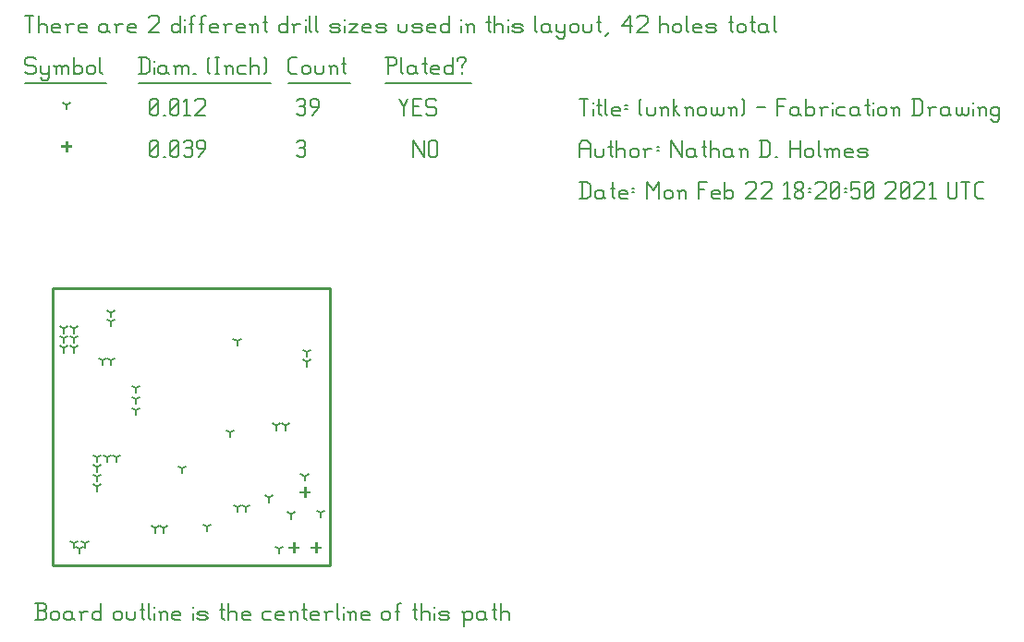
<source format=gbr>
G04 start of page 13 for group -3984 idx -3984 *
G04 Title: (unknown), fab *
G04 Creator: pcb 4.0.2 *
G04 CreationDate: Mon Feb 22 18:20:50 2021 UTC *
G04 For: ndholmes *
G04 Format: Gerber/RS-274X *
G04 PCB-Dimensions (mil): 1800.00 1200.00 *
G04 PCB-Coordinate-Origin: lower left *
%MOIN*%
%FSLAX25Y25*%
%LNFAB*%
%ADD45C,0.0100*%
%ADD44C,0.0075*%
%ADD43C,0.0060*%
%ADD42R,0.0080X0.0080*%
G54D42*X101000Y38100D02*Y34900D01*
X99400Y36500D02*X102600D01*
X105000Y18100D02*Y14900D01*
X103400Y16500D02*X106600D01*
X97000Y18100D02*Y14900D01*
X95400Y16500D02*X98600D01*
X15000Y162850D02*Y159650D01*
X13400Y161250D02*X16600D01*
G54D43*X140000Y163500D02*Y157500D01*
Y163500D02*X143750Y157500D01*
Y163500D02*Y157500D01*
X145550Y162750D02*Y158250D01*
Y162750D02*X146300Y163500D01*
X147800D01*
X148550Y162750D01*
Y158250D01*
X147800Y157500D02*X148550Y158250D01*
X146300Y157500D02*X147800D01*
X145550Y158250D02*X146300Y157500D01*
X98000Y162750D02*X98750Y163500D01*
X100250D01*
X101000Y162750D01*
X100250Y157500D02*X101000Y158250D01*
X98750Y157500D02*X100250D01*
X98000Y158250D02*X98750Y157500D01*
Y160800D02*X100250D01*
X101000Y162750D02*Y161550D01*
Y160050D02*Y158250D01*
Y160050D02*X100250Y160800D01*
X101000Y161550D02*X100250Y160800D01*
X45000Y158250D02*X45750Y157500D01*
X45000Y162750D02*Y158250D01*
Y162750D02*X45750Y163500D01*
X47250D01*
X48000Y162750D01*
Y158250D01*
X47250Y157500D02*X48000Y158250D01*
X45750Y157500D02*X47250D01*
X45000Y159000D02*X48000Y162000D01*
X49800Y157500D02*X50550D01*
X52350Y158250D02*X53100Y157500D01*
X52350Y162750D02*Y158250D01*
Y162750D02*X53100Y163500D01*
X54600D01*
X55350Y162750D01*
Y158250D01*
X54600Y157500D02*X55350Y158250D01*
X53100Y157500D02*X54600D01*
X52350Y159000D02*X55350Y162000D01*
X57150Y162750D02*X57900Y163500D01*
X59400D01*
X60150Y162750D01*
X59400Y157500D02*X60150Y158250D01*
X57900Y157500D02*X59400D01*
X57150Y158250D02*X57900Y157500D01*
Y160800D02*X59400D01*
X60150Y162750D02*Y161550D01*
Y160050D02*Y158250D01*
Y160050D02*X59400Y160800D01*
X60150Y161550D02*X59400Y160800D01*
X62700Y157500D02*X64950Y160500D01*
Y162750D02*Y160500D01*
X64200Y163500D02*X64950Y162750D01*
X62700Y163500D02*X64200D01*
X61950Y162750D02*X62700Y163500D01*
X61950Y162750D02*Y161250D01*
X62700Y160500D01*
X64950D01*
X40000Y74000D02*Y72400D01*
Y74000D02*X41387Y74800D01*
X40000Y74000D02*X38613Y74800D01*
X40000Y70000D02*Y68400D01*
Y70000D02*X41387Y70800D01*
X40000Y70000D02*X38613Y70800D01*
X40000Y66000D02*Y64400D01*
Y66000D02*X41387Y66800D01*
X40000Y66000D02*X38613Y66800D01*
X33000Y49000D02*Y47400D01*
Y49000D02*X34387Y49800D01*
X33000Y49000D02*X31613Y49800D01*
X29500Y49000D02*Y47400D01*
Y49000D02*X30887Y49800D01*
X29500Y49000D02*X28113Y49800D01*
X26000Y49000D02*Y47400D01*
Y49000D02*X27387Y49800D01*
X26000Y49000D02*X24613Y49800D01*
X26000Y45500D02*Y43900D01*
Y45500D02*X27387Y46300D01*
X26000Y45500D02*X24613Y46300D01*
X26000Y42000D02*Y40400D01*
Y42000D02*X27387Y42800D01*
X26000Y42000D02*X24613Y42800D01*
X26000Y38500D02*Y36900D01*
Y38500D02*X27387Y39300D01*
X26000Y38500D02*X24613Y39300D01*
X21500Y18000D02*Y16400D01*
Y18000D02*X22887Y18800D01*
X21500Y18000D02*X20113Y18800D01*
X17500Y18000D02*Y16400D01*
Y18000D02*X18887Y18800D01*
X17500Y18000D02*X16113Y18800D01*
X19500Y16000D02*Y14400D01*
Y16000D02*X20887Y16800D01*
X19500Y16000D02*X18113Y16800D01*
X79500Y31000D02*Y29400D01*
Y31000D02*X80887Y31800D01*
X79500Y31000D02*X78113Y31800D01*
X28000Y84000D02*Y82400D01*
Y84000D02*X29387Y84800D01*
X28000Y84000D02*X26613Y84800D01*
X31000Y84000D02*Y82400D01*
Y84000D02*X32387Y84800D01*
X31000Y84000D02*X29613Y84800D01*
X14000Y95500D02*Y93900D01*
Y95500D02*X15387Y96300D01*
X14000Y95500D02*X12613Y96300D01*
X14000Y92000D02*Y90400D01*
Y92000D02*X15387Y92800D01*
X14000Y92000D02*X12613Y92800D01*
X14000Y88500D02*Y86900D01*
Y88500D02*X15387Y89300D01*
X14000Y88500D02*X12613Y89300D01*
X17500Y95500D02*Y93900D01*
Y95500D02*X18887Y96300D01*
X17500Y95500D02*X16113Y96300D01*
X17500Y92000D02*Y90400D01*
Y92000D02*X18887Y92800D01*
X17500Y92000D02*X16113Y92800D01*
X17500Y88500D02*Y86900D01*
Y88500D02*X18887Y89300D01*
X17500Y88500D02*X16113Y89300D01*
X31000Y98000D02*Y96400D01*
Y98000D02*X32387Y98800D01*
X31000Y98000D02*X29613Y98800D01*
X101500Y87000D02*Y85400D01*
Y87000D02*X102887Y87800D01*
X101500Y87000D02*X100113Y87800D01*
X101500Y83500D02*Y81900D01*
Y83500D02*X102887Y84300D01*
X101500Y83500D02*X100113Y84300D01*
X94000Y60500D02*Y58900D01*
Y60500D02*X95387Y61300D01*
X94000Y60500D02*X92613Y61300D01*
X90500Y60500D02*Y58900D01*
Y60500D02*X91887Y61300D01*
X90500Y60500D02*X89113Y61300D01*
X76500Y31000D02*Y29400D01*
Y31000D02*X77887Y31800D01*
X76500Y31000D02*X75113Y31800D01*
X88000Y34500D02*Y32900D01*
Y34500D02*X89387Y35300D01*
X88000Y34500D02*X86613Y35300D01*
X106500Y29000D02*Y27400D01*
Y29000D02*X107887Y29800D01*
X106500Y29000D02*X105113Y29800D01*
X100750Y42250D02*Y40650D01*
Y42250D02*X102137Y43050D01*
X100750Y42250D02*X99363Y43050D01*
X31000Y101200D02*Y99600D01*
Y101200D02*X32387Y102000D01*
X31000Y101200D02*X29613Y102000D01*
X76400Y91000D02*Y89400D01*
Y91000D02*X77787Y91800D01*
X76400Y91000D02*X75013Y91800D01*
X56500Y45000D02*Y43400D01*
Y45000D02*X57887Y45800D01*
X56500Y45000D02*X55113Y45800D01*
X65500Y24000D02*Y22400D01*
Y24000D02*X66887Y24800D01*
X65500Y24000D02*X64113Y24800D01*
X91500Y16000D02*Y14400D01*
Y16000D02*X92887Y16800D01*
X91500Y16000D02*X90113Y16800D01*
X96000Y28500D02*Y26900D01*
Y28500D02*X97387Y29300D01*
X96000Y28500D02*X94613Y29300D01*
X47000Y23500D02*Y21900D01*
Y23500D02*X48387Y24300D01*
X47000Y23500D02*X45613Y24300D01*
X50000Y23500D02*Y21900D01*
Y23500D02*X51387Y24300D01*
X50000Y23500D02*X48613Y24300D01*
X74000Y58000D02*Y56400D01*
Y58000D02*X75387Y58800D01*
X74000Y58000D02*X72613Y58800D01*
X15000Y176250D02*Y174650D01*
Y176250D02*X16387Y177050D01*
X15000Y176250D02*X13613Y177050D01*
X135000Y178500D02*X136500Y175500D01*
X138000Y178500D01*
X136500Y175500D02*Y172500D01*
X139800Y175800D02*X142050D01*
X139800Y172500D02*X142800D01*
X139800Y178500D02*Y172500D01*
Y178500D02*X142800D01*
X147600D02*X148350Y177750D01*
X145350Y178500D02*X147600D01*
X144600Y177750D02*X145350Y178500D01*
X144600Y177750D02*Y176250D01*
X145350Y175500D01*
X147600D01*
X148350Y174750D01*
Y173250D01*
X147600Y172500D02*X148350Y173250D01*
X145350Y172500D02*X147600D01*
X144600Y173250D02*X145350Y172500D01*
X98000Y177750D02*X98750Y178500D01*
X100250D01*
X101000Y177750D01*
X100250Y172500D02*X101000Y173250D01*
X98750Y172500D02*X100250D01*
X98000Y173250D02*X98750Y172500D01*
Y175800D02*X100250D01*
X101000Y177750D02*Y176550D01*
Y175050D02*Y173250D01*
Y175050D02*X100250Y175800D01*
X101000Y176550D02*X100250Y175800D01*
X103550Y172500D02*X105800Y175500D01*
Y177750D02*Y175500D01*
X105050Y178500D02*X105800Y177750D01*
X103550Y178500D02*X105050D01*
X102800Y177750D02*X103550Y178500D01*
X102800Y177750D02*Y176250D01*
X103550Y175500D01*
X105800D01*
X45000Y173250D02*X45750Y172500D01*
X45000Y177750D02*Y173250D01*
Y177750D02*X45750Y178500D01*
X47250D01*
X48000Y177750D01*
Y173250D01*
X47250Y172500D02*X48000Y173250D01*
X45750Y172500D02*X47250D01*
X45000Y174000D02*X48000Y177000D01*
X49800Y172500D02*X50550D01*
X52350Y173250D02*X53100Y172500D01*
X52350Y177750D02*Y173250D01*
Y177750D02*X53100Y178500D01*
X54600D01*
X55350Y177750D01*
Y173250D01*
X54600Y172500D02*X55350Y173250D01*
X53100Y172500D02*X54600D01*
X52350Y174000D02*X55350Y177000D01*
X57150Y177300D02*X58350Y178500D01*
Y172500D01*
X57150D02*X59400D01*
X61200Y177750D02*X61950Y178500D01*
X64200D01*
X64950Y177750D01*
Y176250D01*
X61200Y172500D02*X64950Y176250D01*
X61200Y172500D02*X64950D01*
X3000Y193500D02*X3750Y192750D01*
X750Y193500D02*X3000D01*
X0Y192750D02*X750Y193500D01*
X0Y192750D02*Y191250D01*
X750Y190500D01*
X3000D01*
X3750Y189750D01*
Y188250D01*
X3000Y187500D02*X3750Y188250D01*
X750Y187500D02*X3000D01*
X0Y188250D02*X750Y187500D01*
X5550Y190500D02*Y188250D01*
X6300Y187500D01*
X8550Y190500D02*Y186000D01*
X7800Y185250D02*X8550Y186000D01*
X6300Y185250D02*X7800D01*
X5550Y186000D02*X6300Y185250D01*
Y187500D02*X7800D01*
X8550Y188250D01*
X11100Y189750D02*Y187500D01*
Y189750D02*X11850Y190500D01*
X12600D01*
X13350Y189750D01*
Y187500D01*
Y189750D02*X14100Y190500D01*
X14850D01*
X15600Y189750D01*
Y187500D01*
X10350Y190500D02*X11100Y189750D01*
X17400Y193500D02*Y187500D01*
Y188250D02*X18150Y187500D01*
X19650D01*
X20400Y188250D01*
Y189750D02*Y188250D01*
X19650Y190500D02*X20400Y189750D01*
X18150Y190500D02*X19650D01*
X17400Y189750D02*X18150Y190500D01*
X22200Y189750D02*Y188250D01*
Y189750D02*X22950Y190500D01*
X24450D01*
X25200Y189750D01*
Y188250D01*
X24450Y187500D02*X25200Y188250D01*
X22950Y187500D02*X24450D01*
X22200Y188250D02*X22950Y187500D01*
X27000Y193500D02*Y188250D01*
X27750Y187500D01*
X0Y184250D02*X29250D01*
X41750Y193500D02*Y187500D01*
X43700Y193500D02*X44750Y192450D01*
Y188550D01*
X43700Y187500D02*X44750Y188550D01*
X41000Y187500D02*X43700D01*
X41000Y193500D02*X43700D01*
G54D44*X46550Y192000D02*Y191850D01*
G54D43*Y189750D02*Y187500D01*
X50300Y190500D02*X51050Y189750D01*
X48800Y190500D02*X50300D01*
X48050Y189750D02*X48800Y190500D01*
X48050Y189750D02*Y188250D01*
X48800Y187500D01*
X51050Y190500D02*Y188250D01*
X51800Y187500D01*
X48800D02*X50300D01*
X51050Y188250D01*
X54350Y189750D02*Y187500D01*
Y189750D02*X55100Y190500D01*
X55850D01*
X56600Y189750D01*
Y187500D01*
Y189750D02*X57350Y190500D01*
X58100D01*
X58850Y189750D01*
Y187500D01*
X53600Y190500D02*X54350Y189750D01*
X60650Y187500D02*X61400D01*
X65900Y188250D02*X66650Y187500D01*
X65900Y192750D02*X66650Y193500D01*
X65900Y192750D02*Y188250D01*
X68450Y193500D02*X69950D01*
X69200D02*Y187500D01*
X68450D02*X69950D01*
X72500Y189750D02*Y187500D01*
Y189750D02*X73250Y190500D01*
X74000D01*
X74750Y189750D01*
Y187500D01*
X71750Y190500D02*X72500Y189750D01*
X77300Y190500D02*X79550D01*
X76550Y189750D02*X77300Y190500D01*
X76550Y189750D02*Y188250D01*
X77300Y187500D01*
X79550D01*
X81350Y193500D02*Y187500D01*
Y189750D02*X82100Y190500D01*
X83600D01*
X84350Y189750D01*
Y187500D01*
X86150Y193500D02*X86900Y192750D01*
Y188250D01*
X86150Y187500D02*X86900Y188250D01*
X41000Y184250D02*X88700D01*
X96050Y187500D02*X98000D01*
X95000Y188550D02*X96050Y187500D01*
X95000Y192450D02*Y188550D01*
Y192450D02*X96050Y193500D01*
X98000D01*
X99800Y189750D02*Y188250D01*
Y189750D02*X100550Y190500D01*
X102050D01*
X102800Y189750D01*
Y188250D01*
X102050Y187500D02*X102800Y188250D01*
X100550Y187500D02*X102050D01*
X99800Y188250D02*X100550Y187500D01*
X104600Y190500D02*Y188250D01*
X105350Y187500D01*
X106850D01*
X107600Y188250D01*
Y190500D02*Y188250D01*
X110150Y189750D02*Y187500D01*
Y189750D02*X110900Y190500D01*
X111650D01*
X112400Y189750D01*
Y187500D01*
X109400Y190500D02*X110150Y189750D01*
X114950Y193500D02*Y188250D01*
X115700Y187500D01*
X114200Y191250D02*X115700D01*
X95000Y184250D02*X117200D01*
X130750Y193500D02*Y187500D01*
X130000Y193500D02*X133000D01*
X133750Y192750D01*
Y191250D01*
X133000Y190500D02*X133750Y191250D01*
X130750Y190500D02*X133000D01*
X135550Y193500D02*Y188250D01*
X136300Y187500D01*
X140050Y190500D02*X140800Y189750D01*
X138550Y190500D02*X140050D01*
X137800Y189750D02*X138550Y190500D01*
X137800Y189750D02*Y188250D01*
X138550Y187500D01*
X140800Y190500D02*Y188250D01*
X141550Y187500D01*
X138550D02*X140050D01*
X140800Y188250D01*
X144100Y193500D02*Y188250D01*
X144850Y187500D01*
X143350Y191250D02*X144850D01*
X147100Y187500D02*X149350D01*
X146350Y188250D02*X147100Y187500D01*
X146350Y189750D02*Y188250D01*
Y189750D02*X147100Y190500D01*
X148600D01*
X149350Y189750D01*
X146350Y189000D02*X149350D01*
Y189750D02*Y189000D01*
X154150Y193500D02*Y187500D01*
X153400D02*X154150Y188250D01*
X151900Y187500D02*X153400D01*
X151150Y188250D02*X151900Y187500D01*
X151150Y189750D02*Y188250D01*
Y189750D02*X151900Y190500D01*
X153400D01*
X154150Y189750D01*
X157450Y190500D02*Y189750D01*
Y188250D02*Y187500D01*
X155950Y192750D02*Y192000D01*
Y192750D02*X156700Y193500D01*
X158200D01*
X158950Y192750D01*
Y192000D01*
X157450Y190500D02*X158950Y192000D01*
X130000Y184250D02*X160750D01*
X0Y208500D02*X3000D01*
X1500D02*Y202500D01*
X4800Y208500D02*Y202500D01*
Y204750D02*X5550Y205500D01*
X7050D01*
X7800Y204750D01*
Y202500D01*
X10350D02*X12600D01*
X9600Y203250D02*X10350Y202500D01*
X9600Y204750D02*Y203250D01*
Y204750D02*X10350Y205500D01*
X11850D01*
X12600Y204750D01*
X9600Y204000D02*X12600D01*
Y204750D02*Y204000D01*
X15150Y204750D02*Y202500D01*
Y204750D02*X15900Y205500D01*
X17400D01*
X14400D02*X15150Y204750D01*
X19950Y202500D02*X22200D01*
X19200Y203250D02*X19950Y202500D01*
X19200Y204750D02*Y203250D01*
Y204750D02*X19950Y205500D01*
X21450D01*
X22200Y204750D01*
X19200Y204000D02*X22200D01*
Y204750D02*Y204000D01*
X28950Y205500D02*X29700Y204750D01*
X27450Y205500D02*X28950D01*
X26700Y204750D02*X27450Y205500D01*
X26700Y204750D02*Y203250D01*
X27450Y202500D01*
X29700Y205500D02*Y203250D01*
X30450Y202500D01*
X27450D02*X28950D01*
X29700Y203250D01*
X33000Y204750D02*Y202500D01*
Y204750D02*X33750Y205500D01*
X35250D01*
X32250D02*X33000Y204750D01*
X37800Y202500D02*X40050D01*
X37050Y203250D02*X37800Y202500D01*
X37050Y204750D02*Y203250D01*
Y204750D02*X37800Y205500D01*
X39300D01*
X40050Y204750D01*
X37050Y204000D02*X40050D01*
Y204750D02*Y204000D01*
X44550Y207750D02*X45300Y208500D01*
X47550D01*
X48300Y207750D01*
Y206250D01*
X44550Y202500D02*X48300Y206250D01*
X44550Y202500D02*X48300D01*
X55800Y208500D02*Y202500D01*
X55050D02*X55800Y203250D01*
X53550Y202500D02*X55050D01*
X52800Y203250D02*X53550Y202500D01*
X52800Y204750D02*Y203250D01*
Y204750D02*X53550Y205500D01*
X55050D01*
X55800Y204750D01*
G54D44*X57600Y207000D02*Y206850D01*
G54D43*Y204750D02*Y202500D01*
X59850Y207750D02*Y202500D01*
Y207750D02*X60600Y208500D01*
X61350D01*
X59100Y205500D02*X60600D01*
X63600Y207750D02*Y202500D01*
Y207750D02*X64350Y208500D01*
X65100D01*
X62850Y205500D02*X64350D01*
X67350Y202500D02*X69600D01*
X66600Y203250D02*X67350Y202500D01*
X66600Y204750D02*Y203250D01*
Y204750D02*X67350Y205500D01*
X68850D01*
X69600Y204750D01*
X66600Y204000D02*X69600D01*
Y204750D02*Y204000D01*
X72150Y204750D02*Y202500D01*
Y204750D02*X72900Y205500D01*
X74400D01*
X71400D02*X72150Y204750D01*
X76950Y202500D02*X79200D01*
X76200Y203250D02*X76950Y202500D01*
X76200Y204750D02*Y203250D01*
Y204750D02*X76950Y205500D01*
X78450D01*
X79200Y204750D01*
X76200Y204000D02*X79200D01*
Y204750D02*Y204000D01*
X81750Y204750D02*Y202500D01*
Y204750D02*X82500Y205500D01*
X83250D01*
X84000Y204750D01*
Y202500D01*
X81000Y205500D02*X81750Y204750D01*
X86550Y208500D02*Y203250D01*
X87300Y202500D01*
X85800Y206250D02*X87300D01*
X94500Y208500D02*Y202500D01*
X93750D02*X94500Y203250D01*
X92250Y202500D02*X93750D01*
X91500Y203250D02*X92250Y202500D01*
X91500Y204750D02*Y203250D01*
Y204750D02*X92250Y205500D01*
X93750D01*
X94500Y204750D01*
X97050D02*Y202500D01*
Y204750D02*X97800Y205500D01*
X99300D01*
X96300D02*X97050Y204750D01*
G54D44*X101100Y207000D02*Y206850D01*
G54D43*Y204750D02*Y202500D01*
X102600Y208500D02*Y203250D01*
X103350Y202500D01*
X104850Y208500D02*Y203250D01*
X105600Y202500D01*
X110550D02*X112800D01*
X113550Y203250D01*
X112800Y204000D02*X113550Y203250D01*
X110550Y204000D02*X112800D01*
X109800Y204750D02*X110550Y204000D01*
X109800Y204750D02*X110550Y205500D01*
X112800D01*
X113550Y204750D01*
X109800Y203250D02*X110550Y202500D01*
G54D44*X115350Y207000D02*Y206850D01*
G54D43*Y204750D02*Y202500D01*
X116850Y205500D02*X119850D01*
X116850Y202500D02*X119850Y205500D01*
X116850Y202500D02*X119850D01*
X122400D02*X124650D01*
X121650Y203250D02*X122400Y202500D01*
X121650Y204750D02*Y203250D01*
Y204750D02*X122400Y205500D01*
X123900D01*
X124650Y204750D01*
X121650Y204000D02*X124650D01*
Y204750D02*Y204000D01*
X127200Y202500D02*X129450D01*
X130200Y203250D01*
X129450Y204000D02*X130200Y203250D01*
X127200Y204000D02*X129450D01*
X126450Y204750D02*X127200Y204000D01*
X126450Y204750D02*X127200Y205500D01*
X129450D01*
X130200Y204750D01*
X126450Y203250D02*X127200Y202500D01*
X134700Y205500D02*Y203250D01*
X135450Y202500D01*
X136950D01*
X137700Y203250D01*
Y205500D02*Y203250D01*
X140250Y202500D02*X142500D01*
X143250Y203250D01*
X142500Y204000D02*X143250Y203250D01*
X140250Y204000D02*X142500D01*
X139500Y204750D02*X140250Y204000D01*
X139500Y204750D02*X140250Y205500D01*
X142500D01*
X143250Y204750D01*
X139500Y203250D02*X140250Y202500D01*
X145800D02*X148050D01*
X145050Y203250D02*X145800Y202500D01*
X145050Y204750D02*Y203250D01*
Y204750D02*X145800Y205500D01*
X147300D01*
X148050Y204750D01*
X145050Y204000D02*X148050D01*
Y204750D02*Y204000D01*
X152850Y208500D02*Y202500D01*
X152100D02*X152850Y203250D01*
X150600Y202500D02*X152100D01*
X149850Y203250D02*X150600Y202500D01*
X149850Y204750D02*Y203250D01*
Y204750D02*X150600Y205500D01*
X152100D01*
X152850Y204750D01*
G54D44*X157350Y207000D02*Y206850D01*
G54D43*Y204750D02*Y202500D01*
X159600Y204750D02*Y202500D01*
Y204750D02*X160350Y205500D01*
X161100D01*
X161850Y204750D01*
Y202500D01*
X158850Y205500D02*X159600Y204750D01*
X167100Y208500D02*Y203250D01*
X167850Y202500D01*
X166350Y206250D02*X167850D01*
X169350Y208500D02*Y202500D01*
Y204750D02*X170100Y205500D01*
X171600D01*
X172350Y204750D01*
Y202500D01*
G54D44*X174150Y207000D02*Y206850D01*
G54D43*Y204750D02*Y202500D01*
X176400D02*X178650D01*
X179400Y203250D01*
X178650Y204000D02*X179400Y203250D01*
X176400Y204000D02*X178650D01*
X175650Y204750D02*X176400Y204000D01*
X175650Y204750D02*X176400Y205500D01*
X178650D01*
X179400Y204750D01*
X175650Y203250D02*X176400Y202500D01*
X183900Y208500D02*Y203250D01*
X184650Y202500D01*
X188400Y205500D02*X189150Y204750D01*
X186900Y205500D02*X188400D01*
X186150Y204750D02*X186900Y205500D01*
X186150Y204750D02*Y203250D01*
X186900Y202500D01*
X189150Y205500D02*Y203250D01*
X189900Y202500D01*
X186900D02*X188400D01*
X189150Y203250D01*
X191700Y205500D02*Y203250D01*
X192450Y202500D01*
X194700Y205500D02*Y201000D01*
X193950Y200250D02*X194700Y201000D01*
X192450Y200250D02*X193950D01*
X191700Y201000D02*X192450Y200250D01*
Y202500D02*X193950D01*
X194700Y203250D01*
X196500Y204750D02*Y203250D01*
Y204750D02*X197250Y205500D01*
X198750D01*
X199500Y204750D01*
Y203250D01*
X198750Y202500D02*X199500Y203250D01*
X197250Y202500D02*X198750D01*
X196500Y203250D02*X197250Y202500D01*
X201300Y205500D02*Y203250D01*
X202050Y202500D01*
X203550D01*
X204300Y203250D01*
Y205500D02*Y203250D01*
X206850Y208500D02*Y203250D01*
X207600Y202500D01*
X206100Y206250D02*X207600D01*
X209100Y201000D02*X210600Y202500D01*
X215100Y204750D02*X218100Y208500D01*
X215100Y204750D02*X218850D01*
X218100Y208500D02*Y202500D01*
X220650Y207750D02*X221400Y208500D01*
X223650D01*
X224400Y207750D01*
Y206250D01*
X220650Y202500D02*X224400Y206250D01*
X220650Y202500D02*X224400D01*
X228900Y208500D02*Y202500D01*
Y204750D02*X229650Y205500D01*
X231150D01*
X231900Y204750D01*
Y202500D01*
X233700Y204750D02*Y203250D01*
Y204750D02*X234450Y205500D01*
X235950D01*
X236700Y204750D01*
Y203250D01*
X235950Y202500D02*X236700Y203250D01*
X234450Y202500D02*X235950D01*
X233700Y203250D02*X234450Y202500D01*
X238500Y208500D02*Y203250D01*
X239250Y202500D01*
X241500D02*X243750D01*
X240750Y203250D02*X241500Y202500D01*
X240750Y204750D02*Y203250D01*
Y204750D02*X241500Y205500D01*
X243000D01*
X243750Y204750D01*
X240750Y204000D02*X243750D01*
Y204750D02*Y204000D01*
X246300Y202500D02*X248550D01*
X249300Y203250D01*
X248550Y204000D02*X249300Y203250D01*
X246300Y204000D02*X248550D01*
X245550Y204750D02*X246300Y204000D01*
X245550Y204750D02*X246300Y205500D01*
X248550D01*
X249300Y204750D01*
X245550Y203250D02*X246300Y202500D01*
X254550Y208500D02*Y203250D01*
X255300Y202500D01*
X253800Y206250D02*X255300D01*
X256800Y204750D02*Y203250D01*
Y204750D02*X257550Y205500D01*
X259050D01*
X259800Y204750D01*
Y203250D01*
X259050Y202500D02*X259800Y203250D01*
X257550Y202500D02*X259050D01*
X256800Y203250D02*X257550Y202500D01*
X262350Y208500D02*Y203250D01*
X263100Y202500D01*
X261600Y206250D02*X263100D01*
X266850Y205500D02*X267600Y204750D01*
X265350Y205500D02*X266850D01*
X264600Y204750D02*X265350Y205500D01*
X264600Y204750D02*Y203250D01*
X265350Y202500D01*
X267600Y205500D02*Y203250D01*
X268350Y202500D01*
X265350D02*X266850D01*
X267600Y203250D01*
X270150Y208500D02*Y203250D01*
X270900Y202500D01*
G54D45*X10000Y110000D02*X110000D01*
Y10000D01*
X10000D01*
Y110000D01*
G54D43*X3675Y-9500D02*X6675D01*
X7425Y-8750D01*
Y-6950D02*Y-8750D01*
X6675Y-6200D02*X7425Y-6950D01*
X4425Y-6200D02*X6675D01*
X4425Y-3500D02*Y-9500D01*
X3675Y-3500D02*X6675D01*
X7425Y-4250D01*
Y-5450D01*
X6675Y-6200D02*X7425Y-5450D01*
X9225Y-7250D02*Y-8750D01*
Y-7250D02*X9975Y-6500D01*
X11475D01*
X12225Y-7250D01*
Y-8750D01*
X11475Y-9500D02*X12225Y-8750D01*
X9975Y-9500D02*X11475D01*
X9225Y-8750D02*X9975Y-9500D01*
X16275Y-6500D02*X17025Y-7250D01*
X14775Y-6500D02*X16275D01*
X14025Y-7250D02*X14775Y-6500D01*
X14025Y-7250D02*Y-8750D01*
X14775Y-9500D01*
X17025Y-6500D02*Y-8750D01*
X17775Y-9500D01*
X14775D02*X16275D01*
X17025Y-8750D01*
X20325Y-7250D02*Y-9500D01*
Y-7250D02*X21075Y-6500D01*
X22575D01*
X19575D02*X20325Y-7250D01*
X27375Y-3500D02*Y-9500D01*
X26625D02*X27375Y-8750D01*
X25125Y-9500D02*X26625D01*
X24375Y-8750D02*X25125Y-9500D01*
X24375Y-7250D02*Y-8750D01*
Y-7250D02*X25125Y-6500D01*
X26625D01*
X27375Y-7250D01*
X31875D02*Y-8750D01*
Y-7250D02*X32625Y-6500D01*
X34125D01*
X34875Y-7250D01*
Y-8750D01*
X34125Y-9500D02*X34875Y-8750D01*
X32625Y-9500D02*X34125D01*
X31875Y-8750D02*X32625Y-9500D01*
X36675Y-6500D02*Y-8750D01*
X37425Y-9500D01*
X38925D01*
X39675Y-8750D01*
Y-6500D02*Y-8750D01*
X42225Y-3500D02*Y-8750D01*
X42975Y-9500D01*
X41475Y-5750D02*X42975D01*
X44475Y-3500D02*Y-8750D01*
X45225Y-9500D01*
G54D44*X46725Y-5000D02*Y-5150D01*
G54D43*Y-7250D02*Y-9500D01*
X48975Y-7250D02*Y-9500D01*
Y-7250D02*X49725Y-6500D01*
X50475D01*
X51225Y-7250D01*
Y-9500D01*
X48225Y-6500D02*X48975Y-7250D01*
X53775Y-9500D02*X56025D01*
X53025Y-8750D02*X53775Y-9500D01*
X53025Y-7250D02*Y-8750D01*
Y-7250D02*X53775Y-6500D01*
X55275D01*
X56025Y-7250D01*
X53025Y-8000D02*X56025D01*
Y-7250D02*Y-8000D01*
G54D44*X60525Y-5000D02*Y-5150D01*
G54D43*Y-7250D02*Y-9500D01*
X62775D02*X65025D01*
X65775Y-8750D01*
X65025Y-8000D02*X65775Y-8750D01*
X62775Y-8000D02*X65025D01*
X62025Y-7250D02*X62775Y-8000D01*
X62025Y-7250D02*X62775Y-6500D01*
X65025D01*
X65775Y-7250D01*
X62025Y-8750D02*X62775Y-9500D01*
X71025Y-3500D02*Y-8750D01*
X71775Y-9500D01*
X70275Y-5750D02*X71775D01*
X73275Y-3500D02*Y-9500D01*
Y-7250D02*X74025Y-6500D01*
X75525D01*
X76275Y-7250D01*
Y-9500D01*
X78825D02*X81075D01*
X78075Y-8750D02*X78825Y-9500D01*
X78075Y-7250D02*Y-8750D01*
Y-7250D02*X78825Y-6500D01*
X80325D01*
X81075Y-7250D01*
X78075Y-8000D02*X81075D01*
Y-7250D02*Y-8000D01*
X86325Y-6500D02*X88575D01*
X85575Y-7250D02*X86325Y-6500D01*
X85575Y-7250D02*Y-8750D01*
X86325Y-9500D01*
X88575D01*
X91125D02*X93375D01*
X90375Y-8750D02*X91125Y-9500D01*
X90375Y-7250D02*Y-8750D01*
Y-7250D02*X91125Y-6500D01*
X92625D01*
X93375Y-7250D01*
X90375Y-8000D02*X93375D01*
Y-7250D02*Y-8000D01*
X95925Y-7250D02*Y-9500D01*
Y-7250D02*X96675Y-6500D01*
X97425D01*
X98175Y-7250D01*
Y-9500D01*
X95175Y-6500D02*X95925Y-7250D01*
X100725Y-3500D02*Y-8750D01*
X101475Y-9500D01*
X99975Y-5750D02*X101475D01*
X103725Y-9500D02*X105975D01*
X102975Y-8750D02*X103725Y-9500D01*
X102975Y-7250D02*Y-8750D01*
Y-7250D02*X103725Y-6500D01*
X105225D01*
X105975Y-7250D01*
X102975Y-8000D02*X105975D01*
Y-7250D02*Y-8000D01*
X108525Y-7250D02*Y-9500D01*
Y-7250D02*X109275Y-6500D01*
X110775D01*
X107775D02*X108525Y-7250D01*
X112575Y-3500D02*Y-8750D01*
X113325Y-9500D01*
G54D44*X114825Y-5000D02*Y-5150D01*
G54D43*Y-7250D02*Y-9500D01*
X117075Y-7250D02*Y-9500D01*
Y-7250D02*X117825Y-6500D01*
X118575D01*
X119325Y-7250D01*
Y-9500D01*
X116325Y-6500D02*X117075Y-7250D01*
X121875Y-9500D02*X124125D01*
X121125Y-8750D02*X121875Y-9500D01*
X121125Y-7250D02*Y-8750D01*
Y-7250D02*X121875Y-6500D01*
X123375D01*
X124125Y-7250D01*
X121125Y-8000D02*X124125D01*
Y-7250D02*Y-8000D01*
X128625Y-7250D02*Y-8750D01*
Y-7250D02*X129375Y-6500D01*
X130875D01*
X131625Y-7250D01*
Y-8750D01*
X130875Y-9500D02*X131625Y-8750D01*
X129375Y-9500D02*X130875D01*
X128625Y-8750D02*X129375Y-9500D01*
X134175Y-4250D02*Y-9500D01*
Y-4250D02*X134925Y-3500D01*
X135675D01*
X133425Y-6500D02*X134925D01*
X140625Y-3500D02*Y-8750D01*
X141375Y-9500D01*
X139875Y-5750D02*X141375D01*
X142875Y-3500D02*Y-9500D01*
Y-7250D02*X143625Y-6500D01*
X145125D01*
X145875Y-7250D01*
Y-9500D01*
G54D44*X147675Y-5000D02*Y-5150D01*
G54D43*Y-7250D02*Y-9500D01*
X149925D02*X152175D01*
X152925Y-8750D01*
X152175Y-8000D02*X152925Y-8750D01*
X149925Y-8000D02*X152175D01*
X149175Y-7250D02*X149925Y-8000D01*
X149175Y-7250D02*X149925Y-6500D01*
X152175D01*
X152925Y-7250D01*
X149175Y-8750D02*X149925Y-9500D01*
X158175Y-7250D02*Y-11750D01*
X157425Y-6500D02*X158175Y-7250D01*
X158925Y-6500D01*
X160425D01*
X161175Y-7250D01*
Y-8750D01*
X160425Y-9500D02*X161175Y-8750D01*
X158925Y-9500D02*X160425D01*
X158175Y-8750D02*X158925Y-9500D01*
X165225Y-6500D02*X165975Y-7250D01*
X163725Y-6500D02*X165225D01*
X162975Y-7250D02*X163725Y-6500D01*
X162975Y-7250D02*Y-8750D01*
X163725Y-9500D01*
X165975Y-6500D02*Y-8750D01*
X166725Y-9500D01*
X163725D02*X165225D01*
X165975Y-8750D01*
X169275Y-3500D02*Y-8750D01*
X170025Y-9500D01*
X168525Y-5750D02*X170025D01*
X171525Y-3500D02*Y-9500D01*
Y-7250D02*X172275Y-6500D01*
X173775D01*
X174525Y-7250D01*
Y-9500D01*
X200750Y148500D02*Y142500D01*
X202700Y148500D02*X203750Y147450D01*
Y143550D01*
X202700Y142500D02*X203750Y143550D01*
X200000Y142500D02*X202700D01*
X200000Y148500D02*X202700D01*
X207800Y145500D02*X208550Y144750D01*
X206300Y145500D02*X207800D01*
X205550Y144750D02*X206300Y145500D01*
X205550Y144750D02*Y143250D01*
X206300Y142500D01*
X208550Y145500D02*Y143250D01*
X209300Y142500D01*
X206300D02*X207800D01*
X208550Y143250D01*
X211850Y148500D02*Y143250D01*
X212600Y142500D01*
X211100Y146250D02*X212600D01*
X214850Y142500D02*X217100D01*
X214100Y143250D02*X214850Y142500D01*
X214100Y144750D02*Y143250D01*
Y144750D02*X214850Y145500D01*
X216350D01*
X217100Y144750D01*
X214100Y144000D02*X217100D01*
Y144750D02*Y144000D01*
X218900Y146250D02*X219650D01*
X218900Y144750D02*X219650D01*
X224150Y148500D02*Y142500D01*
Y148500D02*X226400Y145500D01*
X228650Y148500D01*
Y142500D01*
X230450Y144750D02*Y143250D01*
Y144750D02*X231200Y145500D01*
X232700D01*
X233450Y144750D01*
Y143250D01*
X232700Y142500D02*X233450Y143250D01*
X231200Y142500D02*X232700D01*
X230450Y143250D02*X231200Y142500D01*
X236000Y144750D02*Y142500D01*
Y144750D02*X236750Y145500D01*
X237500D01*
X238250Y144750D01*
Y142500D01*
X235250Y145500D02*X236000Y144750D01*
X242750Y148500D02*Y142500D01*
Y148500D02*X245750D01*
X242750Y145800D02*X245000D01*
X248300Y142500D02*X250550D01*
X247550Y143250D02*X248300Y142500D01*
X247550Y144750D02*Y143250D01*
Y144750D02*X248300Y145500D01*
X249800D01*
X250550Y144750D01*
X247550Y144000D02*X250550D01*
Y144750D02*Y144000D01*
X252350Y148500D02*Y142500D01*
Y143250D02*X253100Y142500D01*
X254600D01*
X255350Y143250D01*
Y144750D02*Y143250D01*
X254600Y145500D02*X255350Y144750D01*
X253100Y145500D02*X254600D01*
X252350Y144750D02*X253100Y145500D01*
X259850Y147750D02*X260600Y148500D01*
X262850D01*
X263600Y147750D01*
Y146250D01*
X259850Y142500D02*X263600Y146250D01*
X259850Y142500D02*X263600D01*
X265400Y147750D02*X266150Y148500D01*
X268400D01*
X269150Y147750D01*
Y146250D01*
X265400Y142500D02*X269150Y146250D01*
X265400Y142500D02*X269150D01*
X273650Y147300D02*X274850Y148500D01*
Y142500D01*
X273650D02*X275900D01*
X277700Y143250D02*X278450Y142500D01*
X277700Y144450D02*Y143250D01*
Y144450D02*X278750Y145500D01*
X279650D01*
X280700Y144450D01*
Y143250D01*
X279950Y142500D02*X280700Y143250D01*
X278450Y142500D02*X279950D01*
X277700Y146550D02*X278750Y145500D01*
X277700Y147750D02*Y146550D01*
Y147750D02*X278450Y148500D01*
X279950D01*
X280700Y147750D01*
Y146550D01*
X279650Y145500D02*X280700Y146550D01*
X282500Y146250D02*X283250D01*
X282500Y144750D02*X283250D01*
X285050Y147750D02*X285800Y148500D01*
X288050D01*
X288800Y147750D01*
Y146250D01*
X285050Y142500D02*X288800Y146250D01*
X285050Y142500D02*X288800D01*
X290600Y143250D02*X291350Y142500D01*
X290600Y147750D02*Y143250D01*
Y147750D02*X291350Y148500D01*
X292850D01*
X293600Y147750D01*
Y143250D01*
X292850Y142500D02*X293600Y143250D01*
X291350Y142500D02*X292850D01*
X290600Y144000D02*X293600Y147000D01*
X295400Y146250D02*X296150D01*
X295400Y144750D02*X296150D01*
X297950Y148500D02*X300950D01*
X297950D02*Y145500D01*
X298700Y146250D01*
X300200D01*
X300950Y145500D01*
Y143250D01*
X300200Y142500D02*X300950Y143250D01*
X298700Y142500D02*X300200D01*
X297950Y143250D02*X298700Y142500D01*
X302750Y143250D02*X303500Y142500D01*
X302750Y147750D02*Y143250D01*
Y147750D02*X303500Y148500D01*
X305000D01*
X305750Y147750D01*
Y143250D01*
X305000Y142500D02*X305750Y143250D01*
X303500Y142500D02*X305000D01*
X302750Y144000D02*X305750Y147000D01*
X310250Y147750D02*X311000Y148500D01*
X313250D01*
X314000Y147750D01*
Y146250D01*
X310250Y142500D02*X314000Y146250D01*
X310250Y142500D02*X314000D01*
X315800Y143250D02*X316550Y142500D01*
X315800Y147750D02*Y143250D01*
Y147750D02*X316550Y148500D01*
X318050D01*
X318800Y147750D01*
Y143250D01*
X318050Y142500D02*X318800Y143250D01*
X316550Y142500D02*X318050D01*
X315800Y144000D02*X318800Y147000D01*
X320600Y147750D02*X321350Y148500D01*
X323600D01*
X324350Y147750D01*
Y146250D01*
X320600Y142500D02*X324350Y146250D01*
X320600Y142500D02*X324350D01*
X326150Y147300D02*X327350Y148500D01*
Y142500D01*
X326150D02*X328400D01*
X332900Y148500D02*Y143250D01*
X333650Y142500D01*
X335150D01*
X335900Y143250D01*
Y148500D02*Y143250D01*
X337700Y148500D02*X340700D01*
X339200D02*Y142500D01*
X343550D02*X345500D01*
X342500Y143550D02*X343550Y142500D01*
X342500Y147450D02*Y143550D01*
Y147450D02*X343550Y148500D01*
X345500D01*
X200000Y162000D02*Y157500D01*
Y162000D02*X201050Y163500D01*
X202700D01*
X203750Y162000D01*
Y157500D01*
X200000Y160500D02*X203750D01*
X205550D02*Y158250D01*
X206300Y157500D01*
X207800D01*
X208550Y158250D01*
Y160500D02*Y158250D01*
X211100Y163500D02*Y158250D01*
X211850Y157500D01*
X210350Y161250D02*X211850D01*
X213350Y163500D02*Y157500D01*
Y159750D02*X214100Y160500D01*
X215600D01*
X216350Y159750D01*
Y157500D01*
X218150Y159750D02*Y158250D01*
Y159750D02*X218900Y160500D01*
X220400D01*
X221150Y159750D01*
Y158250D01*
X220400Y157500D02*X221150Y158250D01*
X218900Y157500D02*X220400D01*
X218150Y158250D02*X218900Y157500D01*
X223700Y159750D02*Y157500D01*
Y159750D02*X224450Y160500D01*
X225950D01*
X222950D02*X223700Y159750D01*
X227750Y161250D02*X228500D01*
X227750Y159750D02*X228500D01*
X233000Y163500D02*Y157500D01*
Y163500D02*X236750Y157500D01*
Y163500D02*Y157500D01*
X240800Y160500D02*X241550Y159750D01*
X239300Y160500D02*X240800D01*
X238550Y159750D02*X239300Y160500D01*
X238550Y159750D02*Y158250D01*
X239300Y157500D01*
X241550Y160500D02*Y158250D01*
X242300Y157500D01*
X239300D02*X240800D01*
X241550Y158250D01*
X244850Y163500D02*Y158250D01*
X245600Y157500D01*
X244100Y161250D02*X245600D01*
X247100Y163500D02*Y157500D01*
Y159750D02*X247850Y160500D01*
X249350D01*
X250100Y159750D01*
Y157500D01*
X254150Y160500D02*X254900Y159750D01*
X252650Y160500D02*X254150D01*
X251900Y159750D02*X252650Y160500D01*
X251900Y159750D02*Y158250D01*
X252650Y157500D01*
X254900Y160500D02*Y158250D01*
X255650Y157500D01*
X252650D02*X254150D01*
X254900Y158250D01*
X258200Y159750D02*Y157500D01*
Y159750D02*X258950Y160500D01*
X259700D01*
X260450Y159750D01*
Y157500D01*
X257450Y160500D02*X258200Y159750D01*
X265700Y163500D02*Y157500D01*
X267650Y163500D02*X268700Y162450D01*
Y158550D01*
X267650Y157500D02*X268700Y158550D01*
X264950Y157500D02*X267650D01*
X264950Y163500D02*X267650D01*
X270500Y157500D02*X271250D01*
X275750Y163500D02*Y157500D01*
X279500Y163500D02*Y157500D01*
X275750Y160500D02*X279500D01*
X281300Y159750D02*Y158250D01*
Y159750D02*X282050Y160500D01*
X283550D01*
X284300Y159750D01*
Y158250D01*
X283550Y157500D02*X284300Y158250D01*
X282050Y157500D02*X283550D01*
X281300Y158250D02*X282050Y157500D01*
X286100Y163500D02*Y158250D01*
X286850Y157500D01*
X289100Y159750D02*Y157500D01*
Y159750D02*X289850Y160500D01*
X290600D01*
X291350Y159750D01*
Y157500D01*
Y159750D02*X292100Y160500D01*
X292850D01*
X293600Y159750D01*
Y157500D01*
X288350Y160500D02*X289100Y159750D01*
X296150Y157500D02*X298400D01*
X295400Y158250D02*X296150Y157500D01*
X295400Y159750D02*Y158250D01*
Y159750D02*X296150Y160500D01*
X297650D01*
X298400Y159750D01*
X295400Y159000D02*X298400D01*
Y159750D02*Y159000D01*
X300950Y157500D02*X303200D01*
X303950Y158250D01*
X303200Y159000D02*X303950Y158250D01*
X300950Y159000D02*X303200D01*
X300200Y159750D02*X300950Y159000D01*
X300200Y159750D02*X300950Y160500D01*
X303200D01*
X303950Y159750D01*
X300200Y158250D02*X300950Y157500D01*
X200000Y178500D02*X203000D01*
X201500D02*Y172500D01*
G54D44*X204800Y177000D02*Y176850D01*
G54D43*Y174750D02*Y172500D01*
X207050Y178500D02*Y173250D01*
X207800Y172500D01*
X206300Y176250D02*X207800D01*
X209300Y178500D02*Y173250D01*
X210050Y172500D01*
X212300D02*X214550D01*
X211550Y173250D02*X212300Y172500D01*
X211550Y174750D02*Y173250D01*
Y174750D02*X212300Y175500D01*
X213800D01*
X214550Y174750D01*
X211550Y174000D02*X214550D01*
Y174750D02*Y174000D01*
X216350Y176250D02*X217100D01*
X216350Y174750D02*X217100D01*
X221600Y173250D02*X222350Y172500D01*
X221600Y177750D02*X222350Y178500D01*
X221600Y177750D02*Y173250D01*
X224150Y175500D02*Y173250D01*
X224900Y172500D01*
X226400D01*
X227150Y173250D01*
Y175500D02*Y173250D01*
X229700Y174750D02*Y172500D01*
Y174750D02*X230450Y175500D01*
X231200D01*
X231950Y174750D01*
Y172500D01*
X228950Y175500D02*X229700Y174750D01*
X233750Y178500D02*Y172500D01*
Y174750D02*X236000Y172500D01*
X233750Y174750D02*X235250Y176250D01*
X238550Y174750D02*Y172500D01*
Y174750D02*X239300Y175500D01*
X240050D01*
X240800Y174750D01*
Y172500D01*
X237800Y175500D02*X238550Y174750D01*
X242600D02*Y173250D01*
Y174750D02*X243350Y175500D01*
X244850D01*
X245600Y174750D01*
Y173250D01*
X244850Y172500D02*X245600Y173250D01*
X243350Y172500D02*X244850D01*
X242600Y173250D02*X243350Y172500D01*
X247400Y175500D02*Y173250D01*
X248150Y172500D01*
X248900D01*
X249650Y173250D01*
Y175500D02*Y173250D01*
X250400Y172500D01*
X251150D01*
X251900Y173250D01*
Y175500D02*Y173250D01*
X254450Y174750D02*Y172500D01*
Y174750D02*X255200Y175500D01*
X255950D01*
X256700Y174750D01*
Y172500D01*
X253700Y175500D02*X254450Y174750D01*
X258500Y178500D02*X259250Y177750D01*
Y173250D01*
X258500Y172500D02*X259250Y173250D01*
X263750Y175500D02*X266750D01*
X271250Y178500D02*Y172500D01*
Y178500D02*X274250D01*
X271250Y175800D02*X273500D01*
X278300Y175500D02*X279050Y174750D01*
X276800Y175500D02*X278300D01*
X276050Y174750D02*X276800Y175500D01*
X276050Y174750D02*Y173250D01*
X276800Y172500D01*
X279050Y175500D02*Y173250D01*
X279800Y172500D01*
X276800D02*X278300D01*
X279050Y173250D01*
X281600Y178500D02*Y172500D01*
Y173250D02*X282350Y172500D01*
X283850D01*
X284600Y173250D01*
Y174750D02*Y173250D01*
X283850Y175500D02*X284600Y174750D01*
X282350Y175500D02*X283850D01*
X281600Y174750D02*X282350Y175500D01*
X287150Y174750D02*Y172500D01*
Y174750D02*X287900Y175500D01*
X289400D01*
X286400D02*X287150Y174750D01*
G54D44*X291200Y177000D02*Y176850D01*
G54D43*Y174750D02*Y172500D01*
X293450Y175500D02*X295700D01*
X292700Y174750D02*X293450Y175500D01*
X292700Y174750D02*Y173250D01*
X293450Y172500D01*
X295700D01*
X299750Y175500D02*X300500Y174750D01*
X298250Y175500D02*X299750D01*
X297500Y174750D02*X298250Y175500D01*
X297500Y174750D02*Y173250D01*
X298250Y172500D01*
X300500Y175500D02*Y173250D01*
X301250Y172500D01*
X298250D02*X299750D01*
X300500Y173250D01*
X303800Y178500D02*Y173250D01*
X304550Y172500D01*
X303050Y176250D02*X304550D01*
G54D44*X306050Y177000D02*Y176850D01*
G54D43*Y174750D02*Y172500D01*
X307550Y174750D02*Y173250D01*
Y174750D02*X308300Y175500D01*
X309800D01*
X310550Y174750D01*
Y173250D01*
X309800Y172500D02*X310550Y173250D01*
X308300Y172500D02*X309800D01*
X307550Y173250D02*X308300Y172500D01*
X313100Y174750D02*Y172500D01*
Y174750D02*X313850Y175500D01*
X314600D01*
X315350Y174750D01*
Y172500D01*
X312350Y175500D02*X313100Y174750D01*
X320600Y178500D02*Y172500D01*
X322550Y178500D02*X323600Y177450D01*
Y173550D01*
X322550Y172500D02*X323600Y173550D01*
X319850Y172500D02*X322550D01*
X319850Y178500D02*X322550D01*
X326150Y174750D02*Y172500D01*
Y174750D02*X326900Y175500D01*
X328400D01*
X325400D02*X326150Y174750D01*
X332450Y175500D02*X333200Y174750D01*
X330950Y175500D02*X332450D01*
X330200Y174750D02*X330950Y175500D01*
X330200Y174750D02*Y173250D01*
X330950Y172500D01*
X333200Y175500D02*Y173250D01*
X333950Y172500D01*
X330950D02*X332450D01*
X333200Y173250D01*
X335750Y175500D02*Y173250D01*
X336500Y172500D01*
X337250D01*
X338000Y173250D01*
Y175500D02*Y173250D01*
X338750Y172500D01*
X339500D01*
X340250Y173250D01*
Y175500D02*Y173250D01*
G54D44*X342050Y177000D02*Y176850D01*
G54D43*Y174750D02*Y172500D01*
X344300Y174750D02*Y172500D01*
Y174750D02*X345050Y175500D01*
X345800D01*
X346550Y174750D01*
Y172500D01*
X343550Y175500D02*X344300Y174750D01*
X350600Y175500D02*X351350Y174750D01*
X349100Y175500D02*X350600D01*
X348350Y174750D02*X349100Y175500D01*
X348350Y174750D02*Y173250D01*
X349100Y172500D01*
X350600D01*
X351350Y173250D01*
X348350Y171000D02*X349100Y170250D01*
X350600D01*
X351350Y171000D01*
Y175500D02*Y171000D01*
M02*

</source>
